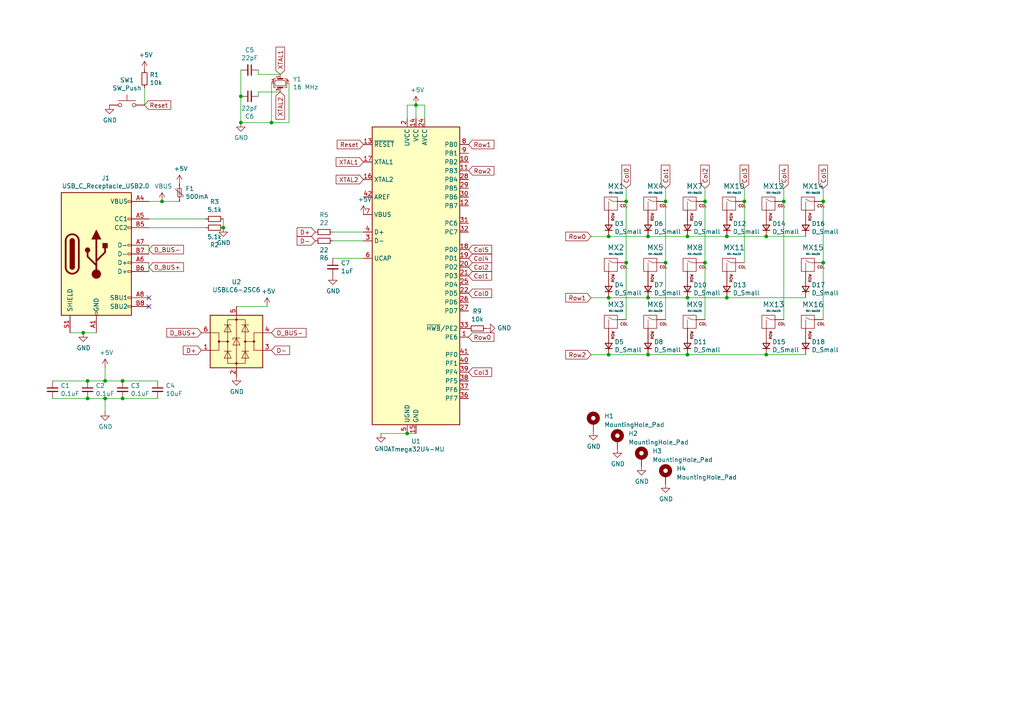
<source format=kicad_sch>
(kicad_sch (version 20230121) (generator eeschema)
  (paper "A4")
  (lib_symbols
    (symbol "Connector:USB_C_Receptacle_USB2.0" (pin_names (offset 1.016))
      (property "Reference" "J" (at -10.16 19.05 0))
      (property "Value" "USB_C_Receptacle_USB2.0" (at 19.05 19.05 0))
      (symbol "USB_C_Receptacle_USB2.0_0_0"
        (rectangle (start -0.254 -17.78) (end 0.254 -16.764))
        (rectangle (start 10.16 -14.986) (end 9.144 -15.494))
        (rectangle (start 10.16 -12.446) (end 9.144 -12.954))
        (rectangle (start 10.16 -4.826) (end 9.144 -5.334))
        (rectangle (start 10.16 -2.286) (end 9.144 -2.794))
        (rectangle (start 10.16 0.254) (end 9.144 -0.254))
        (rectangle (start 10.16 2.794) (end 9.144 2.286))
        (rectangle (start 10.16 7.874) (end 9.144 7.366))
        (rectangle (start 10.16 10.414) (end 9.144 9.906))
        (rectangle (start 10.16 15.494) (end 9.144 14.986))
      )
      (symbol "USB_C_Receptacle_USB2.0_0_1"
        (rectangle (start -10.16 17.78) (end 10.16 -17.78) (stroke (width 0.254)) (fill (type background)))
        (arc (start -8.89 -3.81) (mid -6.985 -5.7067) (end -5.08 -3.81) (stroke (width 0.508)))
        (arc (start -7.62 -3.81) (mid -6.985 -4.4423) (end -6.35 -3.81) (stroke (width 0.254)))
        (arc (start -7.62 -3.81) (mid -6.985 -4.4423) (end -6.35 -3.81) (stroke (width 0.254)) (fill (type outline)))
        (rectangle (start -7.62 -3.81) (end -6.35 3.81) (stroke (width 0.254)) (fill (type outline)))
        (arc (start -6.35 3.81) (mid -6.985 4.4423) (end -7.62 3.81) (stroke (width 0.254)))
        (arc (start -6.35 3.81) (mid -6.985 4.4423) (end -7.62 3.81) (stroke (width 0.254)) (fill (type outline)))
        (arc (start -5.08 3.81) (mid -6.985 5.7067) (end -8.89 3.81) (stroke (width 0.508)))
        (circle (center -2.54 1.143) (radius 0.635) (stroke (width 0.254)) (fill (type outline)))
        (circle (center 0 -5.842) (radius 1.27) (fill (type outline)))
        (polyline (pts (xy -8.89 -3.81) (xy -8.89 3.81)) (stroke (width 0.508)))
        (polyline (pts (xy -5.08 3.81) (xy -5.08 -3.81)) (stroke (width 0.508)))
        (polyline (pts (xy 0 -5.842) (xy 0 4.318)) (stroke (width 0.508)))
        (polyline (pts (xy 0 -3.302) (xy -2.54 -0.762) (xy -2.54 0.508)) (stroke (width 0.508)))
        (polyline (pts (xy 0 -2.032) (xy 2.54 0.508) (xy 2.54 1.778)) (stroke (width 0.508)))
        (polyline (pts (xy -1.27 4.318) (xy 0 6.858) (xy 1.27 4.318) (xy -1.27 4.318)) (stroke (width 0.254)) (fill (type outline)))
        (rectangle (start 1.905 1.778) (end 3.175 3.048) (stroke (width 0.254)) (fill (type outline)))
      )
      (symbol "USB_C_Receptacle_USB2.0_1_1"
        (pin passive line (at 0 -22.86 90) (length 5.08) (name "GND") (number "A1"))
        (pin passive line (at 0 -22.86 90) (length 5.08) hide (name "GND") (number "A12"))
        (pin passive line (at 15.24 15.24 180) (length 5.08) (name "VBUS") (number "A4"))
        (pin bidirectional line (at 15.24 10.16 180) (length 5.08) (name "CC1") (number "A5"))
        (pin bidirectional line (at 15.24 -2.54 180) (length 5.08) (name "D+") (number "A6"))
        (pin bidirectional line (at 15.24 2.54 180) (length 5.08) (name "D-") (number "A7"))
        (pin bidirectional line (at 15.24 -12.7 180) (length 5.08) (name "SBU1") (number "A8"))
        (pin passive line (at 15.24 15.24 180) (length 5.08) hide (name "VBUS") (number "A9"))
        (pin passive line (at 0 -22.86 90) (length 5.08) hide (name "GND") (number "B1"))
        (pin passive line (at 0 -22.86 90) (length 5.08) hide (name "GND") (number "B12"))
        (pin passive line (at 15.24 15.24 180) (length 5.08) hide (name "VBUS") (number "B4"))
        (pin bidirectional line (at 15.24 7.62 180) (length 5.08) (name "CC2") (number "B5"))
        (pin bidirectional line (at 15.24 -5.08 180) (length 5.08) (name "D+") (number "B6"))
        (pin bidirectional line (at 15.24 0 180) (length 5.08) (name "D-") (number "B7"))
        (pin bidirectional line (at 15.24 -15.24 180) (length 5.08) (name "SBU2") (number "B8"))
        (pin passive line (at 15.24 15.24 180) (length 5.08) hide (name "VBUS") (number "B9"))
        (pin passive line (at -7.62 -22.86 90) (length 5.08) (name "SHIELD") (number "S1"))
      )
    )
    (symbol "Device:C_Small" (pin_numbers hide) (pin_names (offset 0.254) hide)
      (property "Reference" "C" (at 0.254 1.778 0))
      (property "Value" "C_Small" (at 0.254 -2.032 0))
      (symbol "C_Small_0_1"
        (polyline (pts (xy -1.524 -0.508) (xy 1.524 -0.508)) (stroke (width 0.3302)))
        (polyline (pts (xy -1.524 0.508) (xy 1.524 0.508)) (stroke (width 0.3048)))
      )
      (symbol "C_Small_1_1"
        (pin passive line (at 0 2.54 270) (length 2.032) (name "~") (number "1"))
        (pin passive line (at 0 -2.54 90) (length 2.032) (name "~") (number "2"))
      )
    )
    (symbol "Device:Crystal_GND24_Small" (pin_names (offset 1.016) hide)
      (property "Reference" "Y" (at 1.27 4.445 0))
      (property "Value" "Crystal_GND24_Small" (at 1.27 2.54 0))
      (symbol "Crystal_GND24_Small_0_1"
        (rectangle (start -0.762 -1.524) (end 0.762 1.524))
        (polyline (pts (xy -1.27 -0.762) (xy -1.27 0.762)) (stroke (width 0.381)))
        (polyline (pts (xy 1.27 -0.762) (xy 1.27 0.762)) (stroke (width 0.381)))
        (polyline (pts (xy -1.27 -1.27) (xy -1.27 -1.905) (xy 1.27 -1.905) (xy 1.27 -1.27)))
        (polyline (pts (xy -1.27 1.27) (xy -1.27 1.905) (xy 1.27 1.905) (xy 1.27 1.27)))
      )
      (symbol "Crystal_GND24_Small_1_1"
        (pin passive line (at -2.54 0 0) (length 1.27) (name "1") (number "1"))
        (pin passive line (at 0 -2.54 90) (length 0.635) (name "2") (number "2"))
        (pin passive line (at 2.54 0 180) (length 1.27) (name "3") (number "3"))
        (pin passive line (at 0 2.54 270) (length 0.635) (name "4") (number "4"))
      )
    )
    (symbol "Device:D_Small" (pin_numbers hide) (pin_names (offset 0.254) hide)
      (property "Reference" "D" (at -1.27 2.032 0))
      (property "Value" "D_Small" (at -3.81 -2.032 0))
      (symbol "D_Small_0_1"
        (polyline (pts (xy -0.762 -1.016) (xy -0.762 1.016)) (stroke (width 0.254)))
        (polyline (pts (xy -0.762 0) (xy 0.762 0)))
        (polyline (pts (xy 0.762 -1.016) (xy -0.762 0) (xy 0.762 1.016) (xy 0.762 -1.016)) (stroke (width 0.254)))
      )
      (symbol "D_Small_1_1"
        (pin passive line (at -2.54 0 0) (length 1.778) (name "K") (number "1"))
        (pin passive line (at 2.54 0 180) (length 1.778) (name "A") (number "2"))
      )
    )
    (symbol "Device:Polyfuse_Small" (pin_numbers hide) (pin_names (offset 0))
      (property "Reference" "F" (at -1.905 0 90))
      (property "Value" "Polyfuse_Small" (at 1.905 0 90))
      (symbol "Polyfuse_Small_0_1"
        (rectangle (start -0.508 1.27) (end 0.508 -1.27))
        (polyline (pts (xy 0 2.54) (xy 0 -2.54)))
        (polyline (pts (xy -1.016 1.27) (xy -1.016 0.762) (xy 1.016 -0.762) (xy 1.016 -1.27)))
      )
      (symbol "Polyfuse_Small_1_1"
        (pin passive line (at 0 2.54 270) (length 0.635) (name "~") (number "1"))
        (pin passive line (at 0 -2.54 90) (length 0.635) (name "~") (number "2"))
      )
    )
    (symbol "Device:R_Small" (pin_numbers hide) (pin_names (offset 0.254) hide)
      (property "Reference" "R" (at 0.762 0.508 0))
      (property "Value" "R_Small" (at 0.762 -1.016 0))
      (symbol "R_Small_0_1"
        (rectangle (start -0.762 1.778) (end 0.762 -1.778) (stroke (width 0.2032)))
      )
      (symbol "R_Small_1_1"
        (pin passive line (at 0 2.54 270) (length 0.762) (name "~") (number "1"))
        (pin passive line (at 0 -2.54 90) (length 0.762) (name "~") (number "2"))
      )
    )
    (symbol "MCU_Microchip_ATmega:ATmega32U4-MU"
      (property "Reference" "U" (at -12.7 44.45 0))
      (property "Value" "MCU_Microchip_ATmega_ATmega32U4-MU" (at 2.54 -44.45 0))
      (symbol "ATmega32U4-MU_0_1"
        (rectangle (start -12.7 -43.18) (end 12.7 43.18) (stroke (width 0.254)) (fill (type background)))
      )
      (symbol "ATmega32U4-MU_1_1"
        (pin tri_state line (at 15.24 -17.78 180) (length 2.54) (name "PE6") (number "1"))
        (pin tri_state line (at 15.24 33.02 180) (length 2.54) (name "PB2") (number "10"))
        (pin tri_state line (at 15.24 30.48 180) (length 2.54) (name "PB3") (number "11"))
        (pin tri_state line (at 15.24 20.32 180) (length 2.54) (name "PB7") (number "12"))
        (pin input line (at -15.24 38.1 0) (length 2.54) (name "~{RESET}") (number "13"))
        (pin power_in line (at 0 45.72 270) (length 2.54) (name "VCC") (number "14"))
        (pin power_in line (at 0 -45.72 90) (length 2.54) (name "GND") (number "15"))
        (pin output line (at -15.24 27.94 0) (length 2.54) (name "XTAL2") (number "16"))
        (pin input line (at -15.24 33.02 0) (length 2.54) (name "XTAL1") (number "17"))
        (pin tri_state line (at 15.24 7.62 180) (length 2.54) (name "PD0") (number "18"))
        (pin tri_state line (at 15.24 5.08 180) (length 2.54) (name "PD1") (number "19"))
        (pin power_in line (at -2.54 45.72 270) (length 2.54) (name "UVCC") (number "2"))
        (pin tri_state line (at 15.24 2.54 180) (length 2.54) (name "PD2") (number "20"))
        (pin tri_state line (at 15.24 0 180) (length 2.54) (name "PD3") (number "21"))
        (pin tri_state line (at 15.24 -5.08 180) (length 2.54) (name "PD5") (number "22"))
        (pin passive line (at 0 -45.72 90) (length 2.54) hide (name "GND") (number "23"))
        (pin power_in line (at 2.54 45.72 270) (length 2.54) (name "AVCC") (number "24"))
        (pin tri_state line (at 15.24 -2.54 180) (length 2.54) (name "PD4") (number "25"))
        (pin tri_state line (at 15.24 -7.62 180) (length 2.54) (name "PD6") (number "26"))
        (pin tri_state line (at 15.24 -10.16 180) (length 2.54) (name "PD7") (number "27"))
        (pin tri_state line (at 15.24 27.94 180) (length 2.54) (name "PB4") (number "28"))
        (pin tri_state line (at 15.24 25.4 180) (length 2.54) (name "PB5") (number "29"))
        (pin bidirectional line (at -15.24 10.16 0) (length 2.54) (name "D-") (number "3"))
        (pin tri_state line (at 15.24 22.86 180) (length 2.54) (name "PB6") (number "30"))
        (pin tri_state line (at 15.24 15.24 180) (length 2.54) (name "PC6") (number "31"))
        (pin tri_state line (at 15.24 12.7 180) (length 2.54) (name "PC7") (number "32"))
        (pin tri_state line (at 15.24 -15.24 180) (length 2.54) (name "~{HWB}/PE2") (number "33"))
        (pin passive line (at 0 45.72 270) (length 2.54) hide (name "VCC") (number "34"))
        (pin passive line (at 0 -45.72 90) (length 2.54) hide (name "GND") (number "35"))
        (pin tri_state line (at 15.24 -35.56 180) (length 2.54) (name "PF7") (number "36"))
        (pin tri_state line (at 15.24 -33.02 180) (length 2.54) (name "PF6") (number "37"))
        (pin tri_state line (at 15.24 -30.48 180) (length 2.54) (name "PF5") (number "38"))
        (pin tri_state line (at 15.24 -27.94 180) (length 2.54) (name "PF4") (number "39"))
        (pin bidirectional line (at -15.24 12.7 0) (length 2.54) (name "D+") (number "4"))
        (pin tri_state line (at 15.24 -25.4 180) (length 2.54) (name "PF1") (number "40"))
        (pin tri_state line (at 15.24 -22.86 180) (length 2.54) (name "PF0") (number "41"))
        (pin passive line (at -15.24 22.86 0) (length 2.54) (name "AREF") (number "42"))
        (pin passive line (at 0 -45.72 90) (length 2.54) hide (name "GND") (number "43"))
        (pin passive line (at 2.54 45.72 270) (length 2.54) hide (name "AVCC") (number "44"))
        (pin passive line (at 0 -45.72 90) (length 2.54) hide (name "GND") (number "45"))
        (pin passive line (at -2.54 -45.72 90) (length 2.54) (name "UGND") (number "5"))
        (pin passive line (at -15.24 5.08 0) (length 2.54) (name "UCAP") (number "6"))
        (pin input line (at -15.24 17.78 0) (length 2.54) (name "VBUS") (number "7"))
        (pin tri_state line (at 15.24 38.1 180) (length 2.54) (name "PB0") (number "8"))
        (pin tri_state line (at 15.24 35.56 180) (length 2.54) (name "PB1") (number "9"))
      )
    )
    (symbol "MX_Alps_Hybrid:MX-NoLED" (pin_names (offset 1.016))
      (property "Reference" "MX" (at -0.635 3.81 0))
      (property "Value" "MX_Alps_Hybrid_MX-NoLED" (at -0.635 1.27 0))
      (symbol "MX-NoLED_0_0"
        (rectangle (start -2.54 2.54) (end 1.27 -1.27))
        (polyline (pts (xy -1.27 -1.27) (xy -1.27 1.27)) (stroke (width 0.127)))
        (polyline (pts (xy 1.27 1.27) (xy 0 1.27) (xy -1.27 1.905)) (stroke (width 0.127)))
        (text "COL" (at 3.175 0 0) (effects (font (size 0.762 0.762))))
        (text "ROW" (at 0 -1.905 900) (effects (font (size 0.762 0.762)) (justify right)))
      )
      (symbol "MX-NoLED_1_1"
        (pin passive line (at 3.81 1.27 180) (length 2.54) (name "COL") (number "1"))
        (pin passive line (at -1.27 -3.81 90) (length 2.54) (name "ROW") (number "2"))
      )
    )
    (symbol "Mechanical:MountingHole_Pad" (pin_numbers hide) (pin_names (offset 1.016) hide)
      (property "Reference" "H" (at 0 6.35 0))
      (property "Value" "MountingHole_Pad" (at 0 4.445 0))
      (symbol "MountingHole_Pad_0_1"
        (circle (center 0 1.27) (radius 1.27) (stroke (width 1.27)))
      )
      (symbol "MountingHole_Pad_1_1"
        (pin input line (at 0 -2.54 90) (length 2.54) (name "1") (number "1"))
      )
    )
    (symbol "Power_Protection:USBLC6-2SC6" (pin_names hide)
      (property "Reference" "U" (at 2.54 8.89 0))
      (property "Value" "USBLC6-2SC6" (at 2.54 -8.89 0))
      (symbol "USBLC6-2SC6_0_1"
        (rectangle (start -7.62 -7.62) (end 7.62 7.62) (stroke (width 0.254)) (fill (type background)))
        (circle (center -5.08 0) (radius 0.254) (fill (type outline)))
        (circle (center -2.54 0) (radius 0.254) (fill (type outline)))
        (rectangle (start -2.54 6.35) (end 2.54 -6.35))
        (circle (center 0 -6.35) (radius 0.254) (fill (type outline)))
        (polyline (pts (xy -5.08 -2.54) (xy -7.62 -2.54)))
        (polyline (pts (xy -5.08 0) (xy -5.08 -2.54)))
        (polyline (pts (xy -5.08 2.54) (xy -7.62 2.54)))
        (polyline (pts (xy -1.524 -2.794) (xy -3.556 -2.794)))
        (polyline (pts (xy -1.524 4.826) (xy -3.556 4.826)))
        (polyline (pts (xy 0 -7.62) (xy 0 -6.35)))
        (polyline (pts (xy 0 -6.35) (xy 0 1.27)))
        (polyline (pts (xy 0 1.27) (xy 0 6.35)))
        (polyline (pts (xy 0 6.35) (xy 0 7.62)))
        (polyline (pts (xy 1.524 -2.794) (xy 3.556 -2.794)))
        (polyline (pts (xy 1.524 4.826) (xy 3.556 4.826)))
        (polyline (pts (xy 5.08 -2.54) (xy 7.62 -2.54)))
        (polyline (pts (xy 5.08 0) (xy 5.08 -2.54)))
        (polyline (pts (xy 5.08 2.54) (xy 7.62 2.54)))
        (polyline (pts (xy -2.54 0) (xy -5.08 0) (xy -5.08 2.54)))
        (polyline (pts (xy 2.54 0) (xy 5.08 0) (xy 5.08 2.54)))
        (polyline (pts (xy -3.556 -4.826) (xy -1.524 -4.826) (xy -2.54 -2.794) (xy -3.556 -4.826)))
        (polyline (pts (xy -3.556 2.794) (xy -1.524 2.794) (xy -2.54 4.826) (xy -3.556 2.794)))
        (polyline (pts (xy -1.016 -1.016) (xy 1.016 -1.016) (xy 0 1.016) (xy -1.016 -1.016)))
        (polyline (pts (xy 1.016 1.016) (xy 0.762 1.016) (xy -1.016 1.016) (xy -1.016 0.508)))
        (polyline (pts (xy 3.556 -4.826) (xy 1.524 -4.826) (xy 2.54 -2.794) (xy 3.556 -4.826)))
        (polyline (pts (xy 3.556 2.794) (xy 1.524 2.794) (xy 2.54 4.826) (xy 3.556 2.794)))
        (circle (center 0 6.35) (radius 0.254) (fill (type outline)))
        (circle (center 2.54 0) (radius 0.254) (fill (type outline)))
        (circle (center 5.08 0) (radius 0.254) (fill (type outline)))
      )
      (symbol "USBLC6-2SC6_1_1"
        (pin passive line (at -10.16 -2.54 0) (length 2.54) (name "I/O1") (number "1"))
        (pin passive line (at 0 -10.16 90) (length 2.54) (name "GND") (number "2"))
        (pin passive line (at 10.16 -2.54 180) (length 2.54) (name "I/O2") (number "3"))
        (pin passive line (at 10.16 2.54 180) (length 2.54) (name "I/O2") (number "4"))
        (pin passive line (at 0 10.16 270) (length 2.54) (name "VBUS") (number "5"))
        (pin passive line (at -10.16 2.54 0) (length 2.54) (name "I/O1") (number "6"))
      )
    )
    (symbol "Switch:SW_Push" (pin_numbers hide) (pin_names (offset 1.016) hide)
      (property "Reference" "SW" (at 1.27 2.54 0))
      (property "Value" "SW_Push" (at 0 -1.524 0))
      (symbol "SW_Push_0_1"
        (circle (center -2.032 0) (radius 0.508))
        (polyline (pts (xy 0 1.27) (xy 0 3.048)))
        (polyline (pts (xy 2.54 1.27) (xy -2.54 1.27)))
        (circle (center 2.032 0) (radius 0.508))
        (pin passive line (at -5.08 0 0) (length 2.54) (name "1") (number "1"))
        (pin passive line (at 5.08 0 180) (length 2.54) (name "2") (number "2"))
      )
    )
    (symbol "power:+5V" (power) (pin_names (offset 0))
      (property "Value" "+5V" (at 0 3.556 0))
      (symbol "+5V_0_1"
        (polyline (pts (xy -0.762 1.27) (xy 0 2.54)))
        (polyline (pts (xy 0 0) (xy 0 2.54)))
        (polyline (pts (xy 0 2.54) (xy 0.762 1.27)))
      )
      (symbol "+5V_1_1"
        (pin power_in line (at 0 0 90) (length 0) hide (name "+5V") (number "1"))
      )
    )
    (symbol "power:GND" (power) (pin_names (offset 0))
      (property "Value" "GND" (at 0 -3.81 0))
      (symbol "GND_0_1"
        (polyline (pts (xy 0 0) (xy 0 -1.27) (xy 1.27 -1.27) (xy 0 -2.54) (xy -1.27 -1.27) (xy 0 -1.27)))
      )
      (symbol "GND_1_1"
        (pin power_in line (at 0 0 270) (length 0) hide (name "GND") (number "1"))
      )
    )
    (symbol "power:VBUS" (power) (pin_names (offset 0))
      (property "Value" "VBUS" (at 0 3.81 0))
      (symbol "VBUS_0_1"
        (polyline (pts (xy -0.762 1.27) (xy 0 2.54)))
        (polyline (pts (xy 0 0) (xy 0 2.54)))
        (polyline (pts (xy 0 2.54) (xy 0.762 1.27)))
      )
      (symbol "VBUS_1_1"
        (pin power_in line (at 0 0 90) (length 0) hide (name "VBUS") (number "1"))
      )
    )
  )
  (junction (at 176.53 68.58))
  (junction (at 24.13 96.52))
  (junction (at 187.96 86.36))
  (junction (at 204.47 76.2))
  (junction (at 199.39 102.87))
  (junction (at 69.85 35.56))
  (junction (at 25.4 115.57))
  (junction (at 181.61 76.2))
  (junction (at 187.96 68.58))
  (junction (at 30.48 110.49))
  (junction (at 46.99 58.42))
  (junction (at 181.61 58.42))
  (junction (at 187.96 102.87))
  (junction (at 210.82 68.58))
  (junction (at 69.85 27.94))
  (junction (at 204.47 58.42))
  (junction (at 210.82 86.36))
  (junction (at 199.39 68.58))
  (junction (at 238.76 76.2))
  (junction (at 35.56 110.49))
  (junction (at 120.65 30.48))
  (junction (at 78.74 35.56))
  (junction (at 193.04 76.2))
  (junction (at 199.39 86.36))
  (junction (at 118.11 125.73))
  (junction (at 215.9 58.42))
  (junction (at 176.53 86.36))
  (junction (at 30.48 115.57))
  (junction (at 222.25 68.58))
  (junction (at 238.76 58.42))
  (junction (at 25.4 110.49))
  (junction (at 193.04 58.42))
  (junction (at 222.25 102.87))
  (junction (at 227.33 58.42))
  (junction (at 64.77 66.04))
  (junction (at 176.53 102.87))
  (junction (at 35.56 115.57))
  (no_connect (at 43.18 86.36))
  (no_connect (at 43.18 88.9))
  (wire (pts (xy 35.56 115.57) (xy 45.72 115.57)))
  (wire (pts (xy 43.18 66.04) (xy 59.69 66.04)))
  (wire (pts (xy 187.96 102.87) (xy 199.39 102.87)))
  (wire (pts (xy 43.18 71.12) (xy 43.18 73.66)))
  (wire (pts (xy 24.13 96.52) (xy 27.94 96.52)))
  (wire (pts (xy 15.24 115.57) (xy 25.4 115.57)))
  (wire (pts (xy 171.45 86.36) (xy 176.53 86.36)))
  (wire (pts (xy 43.18 63.5) (xy 59.69 63.5)))
  (wire (pts (xy 204.47 76.2) (xy 204.47 92.71)))
  (wire (pts (xy 227.33 58.42) (xy 227.33 92.71)))
  (wire (pts (xy 238.76 76.2) (xy 238.76 92.71)))
  (wire (pts (xy 25.4 115.57) (xy 30.48 115.57)))
  (wire (pts (xy 120.65 30.48) (xy 118.11 30.48)))
  (wire (pts (xy 20.32 96.52) (xy 24.13 96.52)))
  (wire (pts (xy 69.85 35.56) (xy 78.74 35.56)))
  (wire (pts (xy 210.82 86.36) (xy 233.68 86.36)))
  (wire (pts (xy 204.47 58.42) (xy 204.47 76.2)))
  (wire (pts (xy 35.56 110.49) (xy 45.72 110.49)))
  (wire (pts (xy 215.9 54.61) (xy 215.9 58.42)))
  (wire (pts (xy 181.61 54.61) (xy 181.61 58.42)))
  (wire (pts (xy 74.93 21.59) (xy 74.93 20.32)))
  (wire (pts (xy 181.61 76.2) (xy 181.61 92.71)))
  (wire (pts (xy 193.04 58.42) (xy 193.04 76.2)))
  (wire (pts (xy 193.04 76.2) (xy 193.04 92.71)))
  (wire (pts (xy 78.74 35.56) (xy 78.74 24.13)))
  (wire (pts (xy 46.99 58.42) (xy 52.07 58.42)))
  (wire (pts (xy 64.77 63.5) (xy 64.77 66.04)))
  (wire (pts (xy 120.65 125.73) (xy 118.11 125.73)))
  (wire (pts (xy 222.25 68.58) (xy 233.68 68.58)))
  (wire (pts (xy 15.24 110.49) (xy 25.4 110.49)))
  (wire (pts (xy 30.48 110.49) (xy 30.48 106.68)))
  (wire (pts (xy 199.39 68.58) (xy 210.82 68.58)))
  (wire (pts (xy 215.9 58.42) (xy 215.9 76.2)))
  (wire (pts (xy 25.4 110.49) (xy 30.48 110.49)))
  (wire (pts (xy 118.11 30.48) (xy 118.11 34.29)))
  (wire (pts (xy 171.45 68.58) (xy 176.53 68.58)))
  (wire (pts (xy 81.28 21.59) (xy 74.93 21.59)))
  (wire (pts (xy 105.41 67.31) (xy 96.52 67.31)))
  (wire (pts (xy 105.41 74.93) (xy 96.52 74.93)))
  (wire (pts (xy 199.39 102.87) (xy 222.25 102.87)))
  (wire (pts (xy 74.93 26.67) (xy 74.93 27.94)))
  (wire (pts (xy 193.04 54.61) (xy 193.04 58.42)))
  (wire (pts (xy 176.53 102.87) (xy 187.96 102.87)))
  (wire (pts (xy 43.18 76.2) (xy 43.18 78.74)))
  (wire (pts (xy 176.53 86.36) (xy 187.96 86.36)))
  (wire (pts (xy 83.82 35.56) (xy 78.74 35.56)))
  (wire (pts (xy 227.33 54.61) (xy 227.33 58.42)))
  (wire (pts (xy 105.41 69.85) (xy 96.52 69.85)))
  (wire (pts (xy 69.85 20.32) (xy 69.85 27.94)))
  (wire (pts (xy 199.39 86.36) (xy 210.82 86.36)))
  (wire (pts (xy 30.48 115.57) (xy 30.48 119.38)))
  (wire (pts (xy 69.85 27.94) (xy 69.85 35.56)))
  (wire (pts (xy 30.48 110.49) (xy 35.56 110.49)))
  (wire (pts (xy 238.76 58.42) (xy 238.76 76.2)))
  (wire (pts (xy 181.61 58.42) (xy 181.61 76.2)))
  (wire (pts (xy 81.28 26.67) (xy 74.93 26.67)))
  (wire (pts (xy 118.11 125.73) (xy 110.49 125.73)))
  (wire (pts (xy 176.53 68.58) (xy 187.96 68.58)))
  (wire (pts (xy 43.18 58.42) (xy 46.99 58.42)))
  (wire (pts (xy 204.47 54.61) (xy 204.47 58.42)))
  (wire (pts (xy 68.58 88.9) (xy 77.47 88.9)))
  (wire (pts (xy 187.96 86.36) (xy 199.39 86.36)))
  (wire (pts (xy 171.45 102.87) (xy 176.53 102.87)))
  (wire (pts (xy 222.25 102.87) (xy 233.68 102.87)))
  (wire (pts (xy 210.82 68.58) (xy 222.25 68.58)))
  (wire (pts (xy 83.82 24.13) (xy 83.82 35.56)))
  (wire (pts (xy 30.48 115.57) (xy 35.56 115.57)))
  (wire (pts (xy 187.96 68.58) (xy 199.39 68.58)))
  (wire (pts (xy 120.65 30.48) (xy 123.19 30.48)))
  (wire (pts (xy 238.76 54.61) (xy 238.76 58.42)))
  (wire (pts (xy 41.91 30.48) (xy 41.91 25.4)))
  (wire (pts (xy 120.65 30.48) (xy 120.65 34.29)))
  (wire (pts (xy 123.19 30.48) (xy 123.19 34.29)))
  (global_label "Col4" (shape input) (at 227.33 54.61 90) (property "Intersheetrefs" "${INTERSHEET_REFS}" (effects hide)))
  (global_label "Reset" (shape input) (at 41.91 30.48 0) (property "Intersheetrefs" "${INTERSHEET_REFS}" (effects hide)))
  (global_label "D+" (shape input) (at 91.44 67.31 180) (property "Intersheetrefs" "${INTERSHEET_REFS}" (effects hide)))
  (global_label "Col1" (shape input) (at 193.04 54.61 90) (property "Intersheetrefs" "${INTERSHEET_REFS}" (effects hide)))
  (global_label "Row0" (shape input) (at 171.45 68.58 180) (property "Intersheetrefs" "${INTERSHEET_REFS}" (effects hide)))
  (global_label "Col0" (shape input) (at 135.89 85.09 0) (property "Intersheetrefs" "${INTERSHEET_REFS}" (effects hide)))
  (global_label "Col2" (shape input) (at 204.47 54.61 90) (property "Intersheetrefs" "${INTERSHEET_REFS}" (effects hide)))
  (global_label "Col1" (shape input) (at 135.89 80.01 0) (property "Intersheetrefs" "${INTERSHEET_REFS}" (effects hide)))
  (global_label "Col5" (shape input) (at 238.76 54.61 90) (property "Intersheetrefs" "${INTERSHEET_REFS}" (effects hide)))
  (global_label "Col3" (shape input) (at 135.89 107.95 0) (property "Intersheetrefs" "${INTERSHEET_REFS}" (effects hide)))
  (global_label "Col4" (shape input) (at 135.89 74.93 0) (property "Intersheetrefs" "${INTERSHEET_REFS}" (effects hide)))
  (global_label "D_BUS+" (shape input) (at 58.42 96.52 180) (property "Intersheetrefs" "${INTERSHEET_REFS}" (effects hide)))
  (global_label "XTAL2" (shape input) (at 81.28 26.67 270) (property "Intersheetrefs" "${INTERSHEET_REFS}" (effects hide)))
  (global_label "Row1" (shape input) (at 135.89 41.91 0) (property "Intersheetrefs" "${INTERSHEET_REFS}" (effects hide)))
  (global_label "Row0" (shape input) (at 135.89 97.79 0) (property "Intersheetrefs" "${INTERSHEET_REFS}" (effects hide)))
  (global_label "Col0" (shape input) (at 181.61 54.61 90) (property "Intersheetrefs" "${INTERSHEET_REFS}" (effects hide)))
  (global_label "D_BUS-" (shape input) (at 43.18 72.39 0) (property "Intersheetrefs" "${INTERSHEET_REFS}" (effects hide)))
  (global_label "XTAL1" (shape input) (at 105.41 46.99 180) (property "Intersheetrefs" "${INTERSHEET_REFS}" (effects hide)))
  (global_label "D_BUS-" (shape input) (at 78.74 96.52 0) (property "Intersheetrefs" "${INTERSHEET_REFS}" (effects hide)))
  (global_label "Row2" (shape input) (at 135.89 49.53 0) (property "Intersheetrefs" "${INTERSHEET_REFS}" (effects hide)))
  (global_label "Row1" (shape input) (at 171.45 86.36 180) (property "Intersheetrefs" "${INTERSHEET_REFS}" (effects hide)))
  (global_label "D_BUS+" (shape input) (at 43.18 77.47 0) (property "Intersheetrefs" "${INTERSHEET_REFS}" (effects hide)))
  (global_label "Col5" (shape input) (at 135.89 72.39 0) (property "Intersheetrefs" "${INTERSHEET_REFS}" (effects hide)))
  (global_label "Row2" (shape input) (at 171.45 102.87 180) (property "Intersheetrefs" "${INTERSHEET_REFS}" (effects hide)))
  (global_label "Col2" (shape input) (at 135.89 77.47 0) (property "Intersheetrefs" "${INTERSHEET_REFS}" (effects hide)))
  (global_label "XTAL1" (shape input) (at 81.28 21.59 90) (property "Intersheetrefs" "${INTERSHEET_REFS}" (effects hide)))
  (global_label "D-" (shape input) (at 91.44 69.85 180) (property "Intersheetrefs" "${INTERSHEET_REFS}" (effects hide)))
  (global_label "Reset" (shape input) (at 105.41 41.91 180) (property "Intersheetrefs" "${INTERSHEET_REFS}" (effects hide)))
  (global_label "D+" (shape input) (at 58.42 101.6 180) (property "Intersheetrefs" "${INTERSHEET_REFS}" (effects hide)))
  (global_label "Col3" (shape input) (at 215.9 54.61 90) (property "Intersheetrefs" "${INTERSHEET_REFS}" (effects hide)))
  (global_label "D-" (shape input) (at 78.74 101.6 0) (property "Intersheetrefs" "${INTERSHEET_REFS}" (effects hide)))
  (global_label "XTAL2" (shape input) (at 105.41 52.07 180) (property "Intersheetrefs" "${INTERSHEET_REFS}" (effects hide)))
  (symbol (lib_id "MX_Alps_Hybrid:MX-NoLED") (at 177.8 59.69 0) (unit 1)
    (property "Reference" "MX1" (at 178.6382 54.0258 0) (effects (font (size 1.524 1.524))))
    (property "Value" "MX-NoLED" (at 178.6382 55.9054 0) (effects (font (size 0.508 0.508))))
    (property "Footprint" "MX_Only:MXOnly-1U-NoLED" (effects hide))
  )
  (symbol (lib_id "MX_Alps_Hybrid:MX-NoLED") (at 189.23 59.69 0) (unit 1)
    (property "Reference" "MX4" (at 190.0682 54.0258 0) (effects (font (size 1.524 1.524))))
    (property "Value" "MX-NoLED" (at 190.0682 55.9054 0) (effects (font (size 0.508 0.508))))
    (property "Footprint" "MX_Only:MXOnly-1U-NoLED" (effects hide))
  )
  (symbol (lib_id "MX_Alps_Hybrid:MX-NoLED") (at 200.66 59.69 0) (unit 1)
    (property "Reference" "MX7" (at 201.4982 54.0258 0) (effects (font (size 1.524 1.524))))
    (property "Value" "MX-NoLED" (at 201.4982 55.9054 0) (effects (font (size 0.508 0.508))))
    (property "Footprint" "MX_Only:MXOnly-1U-NoLED" (effects hide))
  )
  (symbol (lib_id "MX_Alps_Hybrid:MX-NoLED") (at 212.09 59.69 0) (unit 1)
    (property "Reference" "MX10" (at 212.9282 54.0258 0) (effects (font (size 1.524 1.524))))
    (property "Value" "MX-NoLED" (at 212.9282 55.9054 0) (effects (font (size 0.508 0.508))))
    (property "Footprint" "MX_Only:MXOnly-1U-NoLED" (effects hide))
  )
  (symbol (lib_id "MX_Alps_Hybrid:MX-NoLED") (at 223.52 59.69 0) (unit 1)
    (property "Reference" "MX12" (at 224.3582 54.0258 0) (effects (font (size 1.524 1.524))))
    (property "Value" "MX-NoLED" (at 224.3582 55.9054 0) (effects (font (size 0.508 0.508))))
    (property "Footprint" "MX_Only:MXOnly-1U-NoLED" (effects hide))
  )
  (symbol (lib_id "MX_Alps_Hybrid:MX-NoLED") (at 234.95 59.69 0) (unit 1)
    (property "Reference" "MX14" (at 235.7882 54.0258 0) (effects (font (size 1.524 1.524))))
    (property "Value" "MX-NoLED" (at 235.7882 55.9054 0) (effects (font (size 0.508 0.508))))
    (property "Footprint" "MX_Only:MXOnly-1U-NoLED" (effects hide))
  )
  (symbol (lib_id "MX_Alps_Hybrid:MX-NoLED") (at 189.23 77.47 0) (unit 1)
    (property "Reference" "MX5" (at 190.0682 71.8058 0) (effects (font (size 1.524 1.524))))
    (property "Value" "MX-NoLED" (at 190.0682 73.6854 0) (effects (font (size 0.508 0.508))))
    (property "Footprint" "MX_Only:MXOnly-1U-NoLED" (effects hide))
  )
  (symbol (lib_id "MX_Alps_Hybrid:MX-NoLED") (at 177.8 77.47 0) (unit 1)
    (property "Reference" "MX2" (at 178.6382 71.8058 0) (effects (font (size 1.524 1.524))))
    (property "Value" "MX-NoLED" (at 178.6382 73.6854 0) (effects (font (size 0.508 0.508))))
    (property "Footprint" "MX_Only:MXOnly-1.25U-NoLED" (effects hide))
  )
  (symbol (lib_id "MX_Alps_Hybrid:MX-NoLED") (at 200.66 77.47 0) (unit 1)
    (property "Reference" "MX8" (at 201.4982 71.8058 0) (effects (font (size 1.524 1.524))))
    (property "Value" "MX-NoLED" (at 201.4982 73.6854 0) (effects (font (size 0.508 0.508))))
    (property "Footprint" "MX_Only:MXOnly-1U-NoLED" (effects hide))
  )
  (symbol (lib_id "MX_Alps_Hybrid:MX-NoLED") (at 212.09 77.47 0) (unit 1)
    (property "Reference" "MX11" (at 212.9282 71.8058 0) (effects (font (size 1.524 1.524))))
    (property "Value" "MX-NoLED" (at 212.9282 73.6854 0) (effects (font (size 0.508 0.508))))
    (property "Footprint" "MX_Only:MXOnly-1U-NoLED" (effects hide))
  )
  (symbol (lib_id "MX_Alps_Hybrid:MX-NoLED") (at 234.95 77.47 0) (unit 1)
    (property "Reference" "MX15" (at 235.7882 71.8058 0) (effects (font (size 1.524 1.524))))
    (property "Value" "MX-NoLED" (at 235.7882 73.6854 0) (effects (font (size 0.508 0.508))))
    (property "Footprint" "MX_Only:MXOnly-1.75U-NoLED" (effects hide))
  )
  (symbol (lib_id "MX_Alps_Hybrid:MX-NoLED") (at 189.23 93.98 0) (unit 1)
    (property "Reference" "MX6" (at 190.0682 88.3158 0) (effects (font (size 1.524 1.524))))
    (property "Value" "MX-NoLED" (at 190.0682 90.1954 0) (effects (font (size 0.508 0.508))))
    (property "Footprint" "MX_Only:MXOnly-1U-NoLED" (effects hide))
  )
  (symbol (lib_id "MX_Alps_Hybrid:MX-NoLED") (at 177.8 93.98 0) (unit 1)
    (property "Reference" "MX3" (at 178.6382 88.3158 0) (effects (font (size 1.524 1.524))))
    (property "Value" "MX-NoLED" (at 178.6382 90.1954 0) (effects (font (size 0.508 0.508))))
    (property "Footprint" "MX_Only:MXOnly-1U-NoLED" (effects hide))
  )
  (symbol (lib_id "MX_Alps_Hybrid:MX-NoLED") (at 200.66 93.98 0) (unit 1)
    (property "Reference" "MX9" (at 201.4982 88.3158 0) (effects (font (size 1.524 1.524))))
    (property "Value" "MX-NoLED" (at 201.4982 90.1954 0) (effects (font (size 0.508 0.508))))
    (property "Footprint" "MX_Only:MXOnly-2U-ReversedStabilizers-NoLED" (effects hide))
  )
  (symbol (lib_id "MX_Alps_Hybrid:MX-NoLED") (at 223.52 93.98 0) (unit 1)
    (property "Reference" "MX13" (at 224.3582 88.3158 0) (effects (font (size 1.524 1.524))))
    (property "Value" "MX-NoLED" (at 224.3582 90.1954 0) (effects (font (size 0.508 0.508))))
    (property "Footprint" "MX_Only:MXOnly-1U-NoLED" (effects hide))
  )
  (symbol (lib_id "MX_Alps_Hybrid:MX-NoLED") (at 234.95 93.98 0) (unit 1)
    (property "Reference" "MX16" (at 235.7882 88.3158 0) (effects (font (size 1.524 1.524))))
    (property "Value" "MX-NoLED" (at 235.7882 90.1954 0) (effects (font (size 0.508 0.508))))
    (property "Footprint" "MX_Only:MXOnly-1U-NoLED" (effects hide))
  )
  (symbol (lib_id "Device:D_Small") (at 176.53 66.04 90) (unit 1)
    (property "Reference" "D3" (at 178.2572 64.8716 90) (effects (justify right)))
    (property "Value" "D_Small" (at 178.2572 67.183 90) (effects (justify right)))
    (property "Footprint" "Diode_SMD:D_SOD-123" (effects hide))
  )
  (symbol (lib_id "Device:D_Small") (at 187.96 66.04 90) (unit 1)
    (property "Reference" "D6" (at 189.6872 64.8716 90) (effects (justify right)))
    (property "Value" "D_Small" (at 189.6872 67.183 90) (effects (justify right)))
    (property "Footprint" "Diode_SMD:D_SOD-123" (effects hide))
  )
  (symbol (lib_id "Device:D_Small") (at 199.39 66.04 90) (unit 1)
    (property "Reference" "D9" (at 201.1172 64.8716 90) (effects (justify right)))
    (property "Value" "D_Small" (at 201.1172 67.183 90) (effects (justify right)))
    (property "Footprint" "Diode_SMD:D_SOD-123" (effects hide))
  )
  (symbol (lib_id "Device:D_Small") (at 210.82 66.04 90) (unit 1)
    (property "Reference" "D12" (at 212.5472 64.8716 90) (effects (justify right)))
    (property "Value" "D_Small" (at 212.5472 67.183 90) (effects (justify right)))
    (property "Footprint" "Diode_SMD:D_SOD-123" (effects hide))
  )
  (symbol (lib_id "Device:D_Small") (at 222.25 66.04 90) (unit 1)
    (property "Reference" "D14" (at 223.9772 64.8716 90) (effects (justify right)))
    (property "Value" "D_Small" (at 223.9772 67.183 90) (effects (justify right)))
    (property "Footprint" "Diode_SMD:D_SOD-123" (effects hide))
  )
  (symbol (lib_id "Device:D_Small") (at 233.68 66.04 90) (unit 1)
    (property "Reference" "D16" (at 235.4072 64.8716 90) (effects (justify right)))
    (property "Value" "D_Small" (at 235.4072 67.183 90) (effects (justify right)))
    (property "Footprint" "Diode_SMD:D_SOD-123" (effects hide))
  )
  (symbol (lib_id "Device:D_Small") (at 176.53 83.82 90) (unit 1)
    (property "Reference" "D4" (at 178.2572 82.6516 90) (effects (justify right)))
    (property "Value" "D_Small" (at 178.2572 84.963 90) (effects (justify right)))
    (property "Footprint" "Diode_SMD:D_SOD-123" (effects hide))
  )
  (symbol (lib_id "Device:D_Small") (at 187.96 83.82 90) (unit 1)
    (property "Reference" "D7" (at 189.6872 82.6516 90) (effects (justify right)))
    (property "Value" "D_Small" (at 189.6872 84.963 90) (effects (justify right)))
    (property "Footprint" "Diode_SMD:D_SOD-123" (effects hide))
  )
  (symbol (lib_id "Device:D_Small") (at 199.39 83.82 90) (unit 1)
    (property "Reference" "D10" (at 201.1172 82.6516 90) (effects (justify right)))
    (property "Value" "D_Small" (at 201.1172 84.963 90) (effects (justify right)))
    (property "Footprint" "Diode_SMD:D_SOD-123" (effects hide))
  )
  (symbol (lib_id "Device:D_Small") (at 210.82 83.82 90) (unit 1)
    (property "Reference" "D13" (at 212.5472 82.6516 90) (effects (justify right)))
    (property "Value" "D_Small" (at 212.5472 84.963 90) (effects (justify right)))
    (property "Footprint" "Diode_SMD:D_SOD-123" (effects hide))
  )
  (symbol (lib_id "Device:D_Small") (at 233.68 83.82 90) (unit 1)
    (property "Reference" "D17" (at 235.4072 82.6516 90) (effects (justify right)))
    (property "Value" "D_Small" (at 235.4072 84.963 90) (effects (justify right)))
    (property "Footprint" "Diode_SMD:D_SOD-123" (effects hide))
  )
  (symbol (lib_id "Device:D_Small") (at 176.53 100.33 90) (unit 1)
    (property "Reference" "D5" (at 178.2572 99.1616 90) (effects (justify right)))
    (property "Value" "D_Small" (at 178.2572 101.473 90) (effects (justify right)))
    (property "Footprint" "Diode_SMD:D_SOD-123" (effects hide))
  )
  (symbol (lib_id "Device:D_Small") (at 187.96 100.33 90) (unit 1)
    (property "Reference" "D8" (at 189.6872 99.1616 90) (effects (justify right)))
    (property "Value" "D_Small" (at 189.6872 101.473 90) (effects (justify right)))
    (property "Footprint" "Diode_SMD:D_SOD-123" (effects hide))
  )
  (symbol (lib_id "Device:D_Small") (at 199.39 100.33 90) (unit 1)
    (property "Reference" "D11" (at 201.1172 99.1616 90) (effects (justify right)))
    (property "Value" "D_Small" (at 201.1172 101.473 90) (effects (justify right)))
    (property "Footprint" "Diode_SMD:D_SOD-123" (effects hide))
  )
  (symbol (lib_id "Device:D_Small") (at 222.25 100.33 90) (unit 1)
    (property "Reference" "D15" (at 223.9772 99.1616 90) (effects (justify right)))
    (property "Value" "D_Small" (at 223.9772 101.473 90) (effects (justify right)))
    (property "Footprint" "Diode_SMD:D_SOD-123" (effects hide))
  )
  (symbol (lib_id "Device:D_Small") (at 233.68 100.33 90) (unit 1)
    (property "Reference" "D18" (at 235.4072 99.1616 90) (effects (justify right)))
    (property "Value" "D_Small" (at 235.4072 101.473 90) (effects (justify right)))
    (property "Footprint" "Diode_SMD:D_SOD-123" (effects hide))
  )
  (symbol (lib_id "MCU_Microchip_ATmega:ATmega32U4-MU") (at 120.65 80.01 0) (unit 1)
    (property "Reference" "U1" (at 120.65 127.9906 0))
    (property "Value" "ATmega32U4-MU" (at 120.65 130.302 0))
    (property "Footprint" "Package_DFN_QFN:QFN-44-1EP_7x7mm_P0.5mm_EP5.2x5.2mm" (effects hide))
    (property "Datasheet" "http://ww1.microchip.com/downloads/en/DeviceDoc/Atmel-7766-8-bit-AVR-ATmega16U4-32U4_Datasheet.pdf" (effects hide))
  )
  (symbol (lib_id "Switch:SW_Push") (at 36.83 30.48 0) (unit 1)
    (property "Reference" "SW1" (at 36.83 23.241 0))
    (property "Value" "SW_Push" (at 36.83 25.5524 0))
    (property "Footprint" "random-keyboard-parts:SKQG-1155865" (effects hide))
  )
  (symbol (lib_id "power:GND") (at 31.75 30.48 0) (unit 1)
    (property "Reference" "#PWR01" (effects hide))
    (property "Value" "GND" (at 31.877 34.8742 0))
  )
  (symbol (lib_id "Device:C_Small") (at 15.24 113.03 0) (unit 1)
    (property "Reference" "C1" (at 17.5768 111.8616 0) (effects (justify left)))
    (property "Value" "0.1uF" (at 17.5768 114.173 0) (effects (justify left)))
    (property "Footprint" "Capacitor_SMD:C_0805_2012Metric" (effects hide))
  )
  (symbol (lib_id "Device:C_Small") (at 25.4 113.03 0) (unit 1)
    (property "Reference" "C2" (at 27.7368 111.8616 0) (effects (justify left)))
    (property "Value" "0.1uF" (at 27.7368 114.173 0) (effects (justify left)))
    (property "Footprint" "Capacitor_SMD:C_0805_2012Metric" (effects hide))
  )
  (symbol (lib_id "Device:C_Small") (at 35.56 113.03 0) (unit 1)
    (property "Reference" "C3" (at 37.8968 111.8616 0) (effects (justify left)))
    (property "Value" "0.1uF" (at 37.8968 114.173 0) (effects (justify left)))
    (property "Footprint" "Capacitor_SMD:C_0805_2012Metric" (effects hide))
  )
  (symbol (lib_id "Device:C_Small") (at 45.72 113.03 0) (unit 1)
    (property "Reference" "C4" (at 48.0568 111.8616 0) (effects (justify left)))
    (property "Value" "10uF" (at 48.0568 114.173 0) (effects (justify left)))
    (property "Footprint" "Capacitor_SMD:C_0805_2012Metric" (effects hide))
  )
  (symbol (lib_id "power:+5V") (at 30.48 106.68 0) (unit 1)
    (property "Reference" "#PWR04" (effects hide))
    (property "Value" "+5V" (at 30.861 102.2858 0))
  )
  (symbol (lib_id "power:GND") (at 30.48 119.38 0) (unit 1)
    (property "Reference" "#PWR05" (effects hide))
    (property "Value" "GND" (at 30.607 123.7742 0))
  )
  (symbol (lib_id "power:+5V") (at 105.41 62.23 0) (unit 1)
    (property "Reference" "#PWR012" (effects hide))
    (property "Value" "+5V" (at 105.791 57.8358 0))
  )
  (symbol (lib_id "Device:Crystal_GND24_Small") (at 81.28 24.13 270) (unit 1)
    (property "Reference" "Y1" (at 84.9376 22.9616 90) (effects (justify left)))
    (property "Value" "16 MHz" (at 84.9376 25.273 90) (effects (justify left)))
    (property "Footprint" "Crystal:Crystal_SMD_3225-4Pin_3.2x2.5mm" (effects hide))
  )
  (symbol (lib_id "Device:C_Small") (at 72.39 27.94 90) (unit 1)
    (property "Reference" "C6" (at 72.39 33.7566 90))
    (property "Value" "22pF" (at 72.39 31.4452 90))
    (property "Footprint" "Capacitor_SMD:C_0805_2012Metric" (effects hide))
  )
  (symbol (lib_id "Device:C_Small") (at 72.39 20.32 270) (unit 1)
    (property "Reference" "C5" (at 72.39 14.5034 90))
    (property "Value" "22pF" (at 72.39 16.8148 90))
    (property "Footprint" "Capacitor_SMD:C_0805_2012Metric" (effects hide))
  )
  (symbol (lib_id "power:GND") (at 69.85 35.56 0) (unit 1)
    (property "Reference" "#PWR010" (effects hide))
    (property "Value" "GND" (at 69.977 39.9542 0))
  )
  (symbol (lib_id "power:+5V") (at 120.65 30.48 0) (unit 1)
    (property "Reference" "#PWR014" (effects hide))
    (property "Value" "+5V" (at 121.031 26.0858 0))
  )
  (symbol (lib_id "Connector:USB_C_Receptacle_USB2.0") (at 27.94 73.66 0) (unit 1)
    (property "Reference" "J1" (at 30.6578 51.6382 0))
    (property "Value" "USB_C_Receptacle_USB2.0" (at 30.6578 53.9496 0))
    (property "Footprint" "USB_Connectors:USB_C_Receptacle_XKB_U262-16XN-4BVC11" (effects hide))
    (property "Datasheet" "https://www.usb.org/sites/default/files/documents/usb_type-c.zip" (effects hide))
  )
  (symbol (lib_id "power:GND") (at 110.49 125.73 0) (unit 1)
    (property "Reference" "#PWR013" (effects hide))
    (property "Value" "GND" (at 110.617 130.1242 0))
  )
  (symbol (lib_id "Device:R_Small") (at 138.43 95.25 270) (unit 1)
    (property "Reference" "R9" (at 138.43 90.2716 90))
    (property "Value" "10k" (at 138.43 92.583 90))
    (property "Footprint" "Resistor_SMD:R_0805_2012Metric" (effects hide))
  )
  (symbol (lib_id "power:GND") (at 140.97 95.25 90) (unit 1)
    (property "Reference" "#PWR015" (effects hide))
    (property "Value" "GND" (at 144.2212 95.123 90) (effects (justify right)))
  )
  (symbol (lib_id "Device:Polyfuse_Small") (at 52.07 55.88 0) (unit 1)
    (property "Reference" "F1" (at 53.7972 54.7116 0) (effects (justify left)))
    (property "Value" "500mA" (at 53.7972 57.023 0) (effects (justify left)))
    (property "Footprint" "Fuse:Fuse_1206_3216Metric" (effects hide))
  )
  (symbol (lib_id "Device:C_Small") (at 96.52 77.47 0) (unit 1)
    (property "Reference" "C7" (at 98.8568 76.3016 0) (effects (justify left)))
    (property "Value" "1uF" (at 98.8568 78.613 0) (effects (justify left)))
    (property "Footprint" "Capacitor_SMD:C_0402_1005Metric" (effects hide))
  )
  (symbol (lib_id "power:+5V") (at 52.07 53.34 0) (unit 1)
    (property "Reference" "#PWR06" (effects hide))
    (property "Value" "+5V" (at 52.451 48.9458 0))
  )
  (symbol (lib_id "power:GND") (at 96.52 80.01 0) (unit 1)
    (property "Reference" "#PWR011" (effects hide))
    (property "Value" "GND" (at 96.647 84.4042 0))
  )
  (symbol (lib_id "Power_Protection:USBLC6-2SC6") (at 68.58 99.06 0) (unit 1)
    (property "Reference" "U2" (at 68.58 81.7626 0))
    (property "Value" "USBLC6-2SC6" (at 68.58 84.074 0))
    (property "Footprint" "Package_TO_SOT_SMD:SOT-23-6" (effects hide))
    (property "Datasheet" "http://www2.st.com/resource/en/datasheet/CD00050750.pdf" (effects hide))
  )
  (symbol (lib_id "Device:R_Small") (at 41.91 22.86 0) (unit 1)
    (property "Reference" "R1" (at 43.4086 21.6916 0) (effects (justify left)))
    (property "Value" "10k" (at 43.4086 24.003 0) (effects (justify left)))
    (property "Footprint" "Resistor_SMD:R_0805_2012Metric" (effects hide))
  )
  (symbol (lib_id "power:+5V") (at 41.91 20.32 0) (unit 1)
    (property "Reference" "#PWR03" (effects hide))
    (property "Value" "+5V" (at 42.291 15.9258 0))
  )
  (symbol (lib_id "Device:R_Small") (at 62.23 63.5 270) (unit 1)
    (property "Reference" "R3" (at 62.23 58.5216 90))
    (property "Value" "5.1k" (at 62.23 60.833 90))
    (property "Footprint" "Resistor_SMD:R_0805_2012Metric" (effects hide))
  )
  (symbol (lib_id "power:VBUS") (at 46.99 58.42 0) (unit 1)
    (property "Reference" "#PWR0101" (effects hide))
    (property "Value" "VBUS" (at 47.371 54.0258 0))
  )
  (symbol (lib_id "power:GND") (at 24.13 96.52 0) (unit 1)
    (property "Reference" "#PWR0102" (effects hide))
    (property "Value" "GND" (at 24.257 100.9142 0))
  )
  (symbol (lib_id "Device:R_Small") (at 62.23 66.04 90) (unit 1)
    (property "Reference" "R2" (at 62.23 71.0184 90))
    (property "Value" "5.1k" (at 62.23 68.707 90))
    (property "Footprint" "Resistor_SMD:R_0805_2012Metric" (effects hide))
  )
  (symbol (lib_id "Device:R_Small") (at 93.98 67.31 270) (unit 1)
    (property "Reference" "R5" (at 93.98 62.3316 90))
    (property "Value" "22" (at 93.98 64.643 90))
    (property "Footprint" "Resistor_SMD:R_0805_2012Metric" (effects hide))
  )
  (symbol (lib_id "Device:R_Small") (at 93.98 69.85 270) (unit 1)
    (property "Reference" "R6" (at 93.98 74.8284 90))
    (property "Value" "22" (at 93.98 72.517 90))
    (property "Footprint" "Resistor_SMD:R_0805_2012Metric" (effects hide))
  )
  (symbol (lib_id "power:GND") (at 64.77 66.04 0) (unit 1)
    (property "Reference" "#PWR0103" (effects hide))
    (property "Value" "GND" (at 64.897 70.4342 0))
  )
  (symbol (lib_id "power:GND") (at 68.58 109.22 0) (unit 1)
    (property "Reference" "#PWR0104" (effects hide))
    (property "Value" "GND" (at 68.707 113.6142 0))
  )
  (symbol (lib_id "power:+5V") (at 77.47 88.9 0) (unit 1)
    (property "Reference" "#PWR0105" (effects hide))
    (property "Value" "+5V" (at 77.851 84.5058 0))
  )
  (symbol (lib_id "Mechanical:MountingHole_Pad") (at 172.085 122.555 0) (unit 1)
    (property "Reference" "H1" (at 175.26 120.65 0) (effects (justify left)))
    (property "Value" "MountingHole_Pad" (at 175.26 123.19 0) (effects (justify left)))
    (property "Footprint" "MountingHole:MountingHole_2.2mm_M2_Pad" (effects hide))
  )
  (symbol (lib_id "power:GND") (at 179.07 130.175 0) (unit 1)
    (property "Reference" "#PWR07" (effects hide))
    (property "Value" "GND" (at 179.197 134.5692 0))
  )
  (symbol (lib_id "Mechanical:MountingHole_Pad") (at 193.04 137.795 0) (unit 1)
    (property "Reference" "H4" (at 196.215 135.89 0) (effects (justify left)))
    (property "Value" "MountingHole_Pad" (at 196.215 138.43 0) (effects (justify left)))
    (property "Footprint" "MountingHole:MountingHole_2.2mm_M2_Pad" (effects hide))
  )
  (symbol (lib_id "Mechanical:MountingHole_Pad") (at 179.07 127.635 0) (unit 1)
    (property "Reference" "H2" (at 182.245 125.73 0) (effects (justify left)))
    (property "Value" "MountingHole_Pad" (at 182.245 128.27 0) (effects (justify left)))
    (property "Footprint" "MountingHole:MountingHole_2.2mm_M2_Pad" (effects hide))
  )
  (symbol (lib_id "power:GND") (at 193.04 140.335 0) (unit 1)
    (property "Reference" "#PWR09" (effects hide))
    (property "Value" "GND" (at 193.167 144.7292 0))
  )
  (symbol (lib_id "power:GND") (at 186.055 135.255 0) (unit 1)
    (property "Reference" "#PWR08" (effects hide))
    (property "Value" "GND" (at 186.182 139.6492 0))
  )
  (symbol (lib_id "Mechanical:MountingHole_Pad") (at 186.055 132.715 0) (unit 1)
    (property "Reference" "H3" (at 189.23 130.81 0) (effects (justify left)))
    (property "Value" "MountingHole_Pad" (at 189.23 133.35 0) (effects (justify left)))
    (property "Footprint" "MountingHole:MountingHole_2.2mm_M2_Pad" (effects hide))
  )
  (symbol (lib_id "power:GND") (at 172.085 125.095 0) (unit 1)
    (property "Reference" "#PWR02" (effects hide))
    (property "Value" "GND" (at 172.212 129.4892 0))
  )
)
</source>
